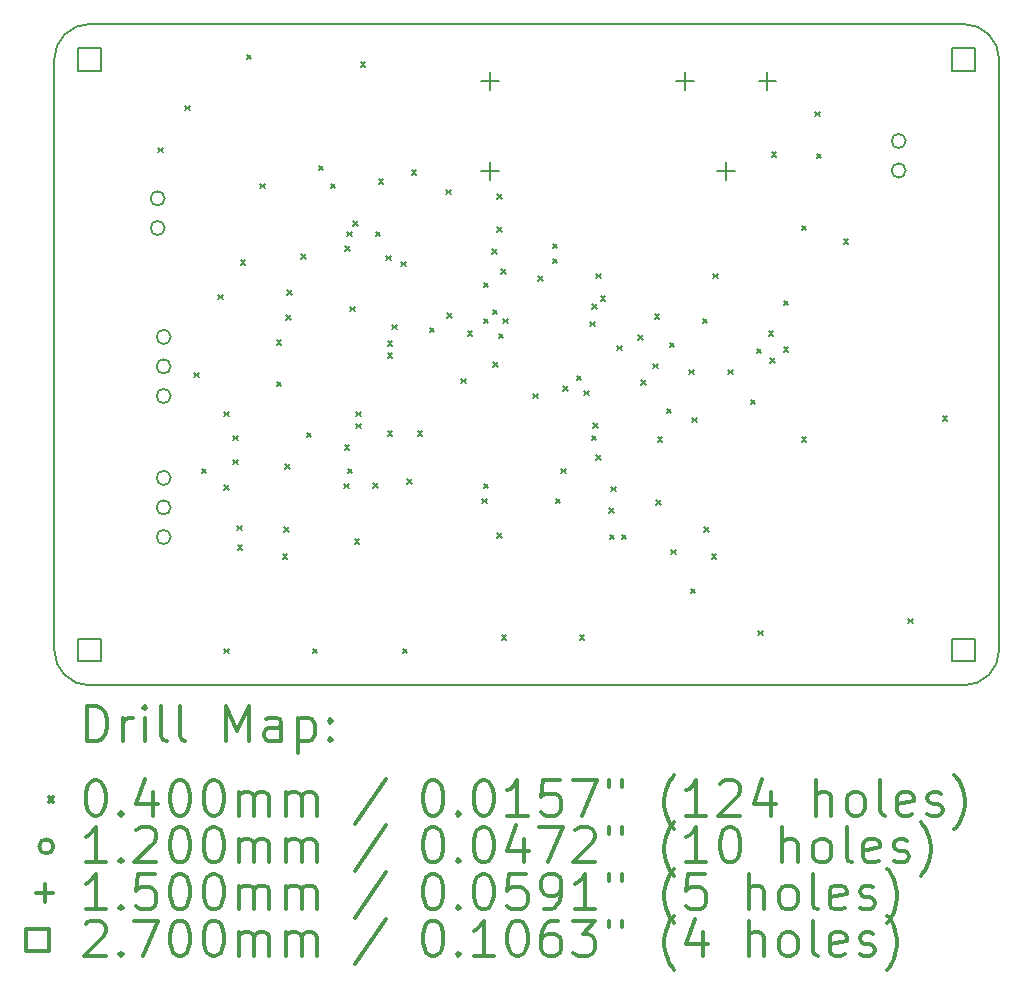
<source format=gbr>
%FSLAX45Y45*%
G04 Gerber Fmt 4.5, Leading zero omitted, Abs format (unit mm)*
G04 Created by KiCad (PCBNEW (5.1.10)-1) date 2022-02-21 21:57:23*
%MOMM*%
%LPD*%
G01*
G04 APERTURE LIST*
%TA.AperFunction,Profile*%
%ADD10C,0.150000*%
%TD*%
%ADD11C,0.200000*%
%ADD12C,0.300000*%
G04 APERTURE END LIST*
D10*
X15300000Y-15100000D02*
G75*
G02*
X15000000Y-14800000I0J300000D01*
G01*
X23000000Y-14800000D02*
G75*
G02*
X22700000Y-15100000I-300000J0D01*
G01*
X22700000Y-9500000D02*
G75*
G02*
X23000000Y-9800000I0J-300000D01*
G01*
X15000000Y-9800000D02*
G75*
G02*
X15300000Y-9500000I300000J0D01*
G01*
X15300000Y-9500000D02*
X22700000Y-9500000D01*
X15300000Y-15100000D02*
X22700000Y-15100000D01*
X23000000Y-9800000D02*
X23000000Y-14800000D01*
X15000000Y-9800000D02*
X15000000Y-14800000D01*
D11*
X15880400Y-10546400D02*
X15920400Y-10586400D01*
X15920400Y-10546400D02*
X15880400Y-10586400D01*
X16109000Y-10190800D02*
X16149000Y-10230800D01*
X16149000Y-10190800D02*
X16109000Y-10230800D01*
X16185200Y-12451400D02*
X16225200Y-12491400D01*
X16225200Y-12451400D02*
X16185200Y-12491400D01*
X16248700Y-13264200D02*
X16288700Y-13304200D01*
X16288700Y-13264200D02*
X16248700Y-13304200D01*
X16388400Y-11791000D02*
X16428400Y-11831000D01*
X16428400Y-11791000D02*
X16388400Y-11831000D01*
X16439200Y-12781600D02*
X16479200Y-12821600D01*
X16479200Y-12781600D02*
X16439200Y-12821600D01*
X16439200Y-13403900D02*
X16479200Y-13443900D01*
X16479200Y-13403900D02*
X16439200Y-13443900D01*
X16439200Y-14788200D02*
X16479200Y-14828200D01*
X16479200Y-14788200D02*
X16439200Y-14828200D01*
X16515400Y-12984800D02*
X16555400Y-13024800D01*
X16555400Y-12984800D02*
X16515400Y-13024800D01*
X16515400Y-13188000D02*
X16555400Y-13228000D01*
X16555400Y-13188000D02*
X16515400Y-13228000D01*
X16550001Y-13746800D02*
X16590001Y-13786800D01*
X16590001Y-13746800D02*
X16550001Y-13786800D01*
X16553500Y-13911900D02*
X16593500Y-13951900D01*
X16593500Y-13911900D02*
X16553500Y-13951900D01*
X16578900Y-11498900D02*
X16618900Y-11538900D01*
X16618900Y-11498900D02*
X16578900Y-11538900D01*
X16629700Y-9759000D02*
X16669700Y-9799000D01*
X16669700Y-9759000D02*
X16629700Y-9799000D01*
X16744000Y-10851200D02*
X16784000Y-10891200D01*
X16784000Y-10851200D02*
X16744000Y-10891200D01*
X16883700Y-12175003D02*
X16923700Y-12215003D01*
X16923700Y-12175003D02*
X16883700Y-12215003D01*
X16883700Y-12527600D02*
X16923700Y-12567600D01*
X16923700Y-12527600D02*
X16883700Y-12567600D01*
X16934500Y-13988100D02*
X16974500Y-14028100D01*
X16974500Y-13988100D02*
X16934500Y-14028100D01*
X16947200Y-13759500D02*
X16987200Y-13799500D01*
X16987200Y-13759500D02*
X16947200Y-13799500D01*
X16957360Y-13224543D02*
X16997360Y-13264543D01*
X16997360Y-13224543D02*
X16957360Y-13264543D01*
X16962941Y-11967209D02*
X17002941Y-12007209D01*
X17002941Y-11967209D02*
X16962941Y-12007209D01*
X16969998Y-11755356D02*
X17009998Y-11795356D01*
X17009998Y-11755356D02*
X16969998Y-11795356D01*
X17092055Y-11446355D02*
X17132055Y-11486355D01*
X17132055Y-11446355D02*
X17092055Y-11486355D01*
X17137700Y-12959400D02*
X17177700Y-12999400D01*
X17177700Y-12959400D02*
X17137700Y-12999400D01*
X17188500Y-14788200D02*
X17228500Y-14828200D01*
X17228500Y-14788200D02*
X17188500Y-14828200D01*
X17239300Y-10698800D02*
X17279300Y-10738800D01*
X17279300Y-10698800D02*
X17239300Y-10738800D01*
X17340900Y-10851200D02*
X17380900Y-10891200D01*
X17380900Y-10851200D02*
X17340900Y-10891200D01*
X17455200Y-13391200D02*
X17495200Y-13431200D01*
X17495200Y-13391200D02*
X17455200Y-13431200D01*
X17458699Y-13066943D02*
X17498699Y-13106943D01*
X17498699Y-13066943D02*
X17458699Y-13106943D01*
X17460661Y-11382739D02*
X17500661Y-11422739D01*
X17500661Y-11382739D02*
X17460661Y-11422739D01*
X17480600Y-11257600D02*
X17520600Y-11297600D01*
X17520600Y-11257600D02*
X17480600Y-11297600D01*
X17484099Y-13264200D02*
X17524099Y-13304200D01*
X17524099Y-13264200D02*
X17484099Y-13304200D01*
X17506000Y-11892600D02*
X17546000Y-11932600D01*
X17546000Y-11892600D02*
X17506000Y-11932600D01*
X17527385Y-11169218D02*
X17567385Y-11209218D01*
X17567385Y-11169218D02*
X17527385Y-11209218D01*
X17544100Y-13861100D02*
X17584100Y-13901100D01*
X17584100Y-13861100D02*
X17544100Y-13901100D01*
X17556800Y-12781600D02*
X17596800Y-12821600D01*
X17596800Y-12781600D02*
X17556800Y-12821600D01*
X17556800Y-12883200D02*
X17596800Y-12923200D01*
X17596800Y-12883200D02*
X17556800Y-12923200D01*
X17594900Y-9822500D02*
X17634900Y-9862500D01*
X17634900Y-9822500D02*
X17594900Y-9862500D01*
X17700250Y-13387450D02*
X17740250Y-13427450D01*
X17740250Y-13387450D02*
X17700250Y-13427450D01*
X17721900Y-11257600D02*
X17761900Y-11297600D01*
X17761900Y-11257600D02*
X17721900Y-11297600D01*
X17747300Y-10813100D02*
X17787300Y-10853100D01*
X17787300Y-10813100D02*
X17747300Y-10853100D01*
X17810800Y-11460800D02*
X17850800Y-11500800D01*
X17850800Y-11460800D02*
X17810800Y-11500800D01*
X17823500Y-12184700D02*
X17863500Y-12224700D01*
X17863500Y-12184700D02*
X17823500Y-12224700D01*
X17823500Y-12286300D02*
X17863500Y-12326300D01*
X17863500Y-12286300D02*
X17823500Y-12326300D01*
X17823500Y-12946700D02*
X17863500Y-12986700D01*
X17863500Y-12946700D02*
X17823500Y-12986700D01*
X17857798Y-12045000D02*
X17897798Y-12085000D01*
X17897798Y-12045000D02*
X17857798Y-12085000D01*
X17937800Y-11511600D02*
X17977800Y-11551600D01*
X17977800Y-11511600D02*
X17937800Y-11551600D01*
X17950500Y-14788200D02*
X17990500Y-14828200D01*
X17990500Y-14788200D02*
X17950500Y-14828200D01*
X17988600Y-13353100D02*
X18028600Y-13393100D01*
X18028600Y-13353100D02*
X17988600Y-13393100D01*
X18026700Y-10736900D02*
X18066700Y-10776900D01*
X18066700Y-10736900D02*
X18026700Y-10776900D01*
X18077500Y-12946700D02*
X18117500Y-12986700D01*
X18117500Y-12946700D02*
X18077500Y-12986700D01*
X18179100Y-12070400D02*
X18219100Y-12110400D01*
X18219100Y-12070400D02*
X18179100Y-12110400D01*
X18318800Y-10902000D02*
X18358800Y-10942000D01*
X18358800Y-10902000D02*
X18318800Y-10942000D01*
X18323880Y-11951020D02*
X18363880Y-11991020D01*
X18363880Y-11951020D02*
X18323880Y-11991020D01*
X18445800Y-12502200D02*
X18485800Y-12542200D01*
X18485800Y-12502200D02*
X18445800Y-12542200D01*
X18499629Y-12100571D02*
X18539629Y-12140571D01*
X18539629Y-12100571D02*
X18499629Y-12140571D01*
X18623600Y-13518200D02*
X18663600Y-13558200D01*
X18663600Y-13518200D02*
X18623600Y-13558200D01*
X18636300Y-11689400D02*
X18676300Y-11729400D01*
X18676300Y-11689400D02*
X18636300Y-11729400D01*
X18636300Y-11994200D02*
X18676300Y-12034200D01*
X18676300Y-11994200D02*
X18636300Y-12034200D01*
X18636300Y-13391200D02*
X18676300Y-13431200D01*
X18676300Y-13391200D02*
X18636300Y-13431200D01*
X18709001Y-11406501D02*
X18749001Y-11446501D01*
X18749001Y-11406501D02*
X18709001Y-11446501D01*
X18712500Y-11918000D02*
X18752500Y-11958000D01*
X18752500Y-11918000D02*
X18712500Y-11958000D01*
X18713701Y-12363701D02*
X18753701Y-12403701D01*
X18753701Y-12363701D02*
X18713701Y-12403701D01*
X18750600Y-10940100D02*
X18790600Y-10980100D01*
X18790600Y-10940100D02*
X18750600Y-10980100D01*
X18750600Y-11219500D02*
X18790600Y-11259500D01*
X18790600Y-11219500D02*
X18750600Y-11259500D01*
X18750600Y-13810300D02*
X18790600Y-13850300D01*
X18790600Y-13810300D02*
X18750600Y-13850300D01*
X18763300Y-12121200D02*
X18803300Y-12161200D01*
X18803300Y-12121200D02*
X18763300Y-12161200D01*
X18781702Y-11575100D02*
X18821702Y-11615100D01*
X18821702Y-11575100D02*
X18781702Y-11615100D01*
X18788700Y-14673900D02*
X18828700Y-14713900D01*
X18828700Y-14673900D02*
X18788700Y-14713900D01*
X18801400Y-11994200D02*
X18841400Y-12034200D01*
X18841400Y-11994200D02*
X18801400Y-12034200D01*
X19055400Y-12629200D02*
X19095400Y-12669200D01*
X19095400Y-12629200D02*
X19055400Y-12669200D01*
X19095043Y-11635361D02*
X19135043Y-11675361D01*
X19135043Y-11635361D02*
X19095043Y-11675361D01*
X19220500Y-11359200D02*
X19260500Y-11399200D01*
X19260500Y-11359200D02*
X19220500Y-11399200D01*
X19220500Y-11486200D02*
X19260500Y-11526200D01*
X19260500Y-11486200D02*
X19220500Y-11526200D01*
X19245900Y-13518200D02*
X19285900Y-13558200D01*
X19285900Y-13518200D02*
X19245900Y-13558200D01*
X19293201Y-13264200D02*
X19333201Y-13304200D01*
X19333201Y-13264200D02*
X19293201Y-13304200D01*
X19309400Y-12565700D02*
X19349400Y-12605700D01*
X19349400Y-12565700D02*
X19309400Y-12605700D01*
X19423700Y-12476800D02*
X19463700Y-12516800D01*
X19463700Y-12476800D02*
X19423700Y-12516800D01*
X19449100Y-14673900D02*
X19489100Y-14713900D01*
X19489100Y-14673900D02*
X19449100Y-14713900D01*
X19487200Y-12603800D02*
X19527200Y-12643800D01*
X19527200Y-12603800D02*
X19487200Y-12643800D01*
X19538000Y-12019600D02*
X19578000Y-12059600D01*
X19578000Y-12019600D02*
X19538000Y-12059600D01*
X19550700Y-12984800D02*
X19590700Y-13024800D01*
X19590700Y-12984800D02*
X19550700Y-13024800D01*
X19556189Y-11874411D02*
X19596189Y-11914411D01*
X19596189Y-11874411D02*
X19556189Y-11914411D01*
X19561800Y-12879199D02*
X19601800Y-12919199D01*
X19601800Y-12879199D02*
X19561800Y-12919199D01*
X19588800Y-11613200D02*
X19628800Y-11653200D01*
X19628800Y-11613200D02*
X19588800Y-11653200D01*
X19588800Y-13149900D02*
X19628800Y-13189900D01*
X19628800Y-13149900D02*
X19588800Y-13189900D01*
X19626900Y-11803700D02*
X19666900Y-11843700D01*
X19666900Y-11803700D02*
X19626900Y-11843700D01*
X19698208Y-13598037D02*
X19738208Y-13638037D01*
X19738208Y-13598037D02*
X19698208Y-13638037D01*
X19703100Y-13823000D02*
X19743100Y-13863000D01*
X19743100Y-13823000D02*
X19703100Y-13863000D01*
X19715800Y-13416600D02*
X19755800Y-13456600D01*
X19755800Y-13416600D02*
X19715800Y-13456600D01*
X19766600Y-12222800D02*
X19806600Y-12262800D01*
X19806600Y-12222800D02*
X19766600Y-12262800D01*
X19804700Y-13823000D02*
X19844700Y-13863000D01*
X19844700Y-13823000D02*
X19804700Y-13863000D01*
X19944400Y-12133900D02*
X19984400Y-12173900D01*
X19984400Y-12133900D02*
X19944400Y-12173900D01*
X19969800Y-12514900D02*
X20009800Y-12554900D01*
X20009800Y-12514900D02*
X19969800Y-12554900D01*
X20071400Y-12375200D02*
X20111400Y-12415200D01*
X20111400Y-12375200D02*
X20071400Y-12415200D01*
X20084100Y-11956100D02*
X20124100Y-11996100D01*
X20124100Y-11956100D02*
X20084100Y-11996100D01*
X20096800Y-13530900D02*
X20136800Y-13570900D01*
X20136800Y-13530900D02*
X20096800Y-13570900D01*
X20109500Y-12997500D02*
X20149500Y-13037500D01*
X20149500Y-12997500D02*
X20109500Y-13037500D01*
X20185700Y-12756200D02*
X20225700Y-12796200D01*
X20225700Y-12756200D02*
X20185700Y-12796200D01*
X20211100Y-12197400D02*
X20251100Y-12237400D01*
X20251100Y-12197400D02*
X20211100Y-12237400D01*
X20223800Y-13950000D02*
X20263800Y-13990000D01*
X20263800Y-13950000D02*
X20223800Y-13990000D01*
X20376200Y-12426000D02*
X20416200Y-12466000D01*
X20416200Y-12426000D02*
X20376200Y-12466000D01*
X20388900Y-14280200D02*
X20428900Y-14320200D01*
X20428900Y-14280200D02*
X20388900Y-14320200D01*
X20401600Y-12832400D02*
X20441600Y-12872400D01*
X20441600Y-12832400D02*
X20401600Y-12872400D01*
X20490500Y-11994200D02*
X20530500Y-12034200D01*
X20530500Y-11994200D02*
X20490500Y-12034200D01*
X20503200Y-13759500D02*
X20543200Y-13799500D01*
X20543200Y-13759500D02*
X20503200Y-13799500D01*
X20566700Y-13988100D02*
X20606700Y-14028100D01*
X20606700Y-13988100D02*
X20566700Y-14028100D01*
X20579400Y-11613200D02*
X20619400Y-11653200D01*
X20619400Y-11613200D02*
X20579400Y-11653200D01*
X20706400Y-12426000D02*
X20746400Y-12466000D01*
X20746400Y-12426000D02*
X20706400Y-12466000D01*
X20896900Y-12680000D02*
X20936900Y-12720000D01*
X20936900Y-12680000D02*
X20896900Y-12720000D01*
X20947700Y-12248200D02*
X20987700Y-12288200D01*
X20987700Y-12248200D02*
X20947700Y-12288200D01*
X20960400Y-14635800D02*
X21000400Y-14675800D01*
X21000400Y-14635800D02*
X20960400Y-14675800D01*
X21049300Y-12098848D02*
X21089300Y-12138848D01*
X21089300Y-12098848D02*
X21049300Y-12138848D01*
X21062000Y-12326751D02*
X21102000Y-12366751D01*
X21102000Y-12326751D02*
X21062000Y-12366751D01*
X21074700Y-10584500D02*
X21114700Y-10624500D01*
X21114700Y-10584500D02*
X21074700Y-10624500D01*
X21176300Y-11841800D02*
X21216300Y-11881800D01*
X21216300Y-11841800D02*
X21176300Y-11881800D01*
X21176300Y-12235500D02*
X21216300Y-12275500D01*
X21216300Y-12235500D02*
X21176300Y-12275500D01*
X21328700Y-11206800D02*
X21368700Y-11246800D01*
X21368700Y-11206800D02*
X21328700Y-11246800D01*
X21328700Y-12997500D02*
X21368700Y-13037500D01*
X21368700Y-12997500D02*
X21328700Y-13037500D01*
X21443000Y-10241600D02*
X21483000Y-10281600D01*
X21483000Y-10241600D02*
X21443000Y-10281600D01*
X21455700Y-10597200D02*
X21495700Y-10637200D01*
X21495700Y-10597200D02*
X21455700Y-10637200D01*
X21684300Y-11321100D02*
X21724300Y-11361100D01*
X21724300Y-11321100D02*
X21684300Y-11361100D01*
X22230400Y-14534200D02*
X22270400Y-14574200D01*
X22270400Y-14534200D02*
X22230400Y-14574200D01*
X22522500Y-12819700D02*
X22562500Y-12859700D01*
X22562500Y-12819700D02*
X22522500Y-12859700D01*
X15935000Y-10976800D02*
G75*
G03*
X15935000Y-10976800I-60000J0D01*
G01*
X15935000Y-11226800D02*
G75*
G03*
X15935000Y-11226800I-60000J0D01*
G01*
X15985800Y-12149200D02*
G75*
G03*
X15985800Y-12149200I-60000J0D01*
G01*
X15985800Y-12399200D02*
G75*
G03*
X15985800Y-12399200I-60000J0D01*
G01*
X15985800Y-12649200D02*
G75*
G03*
X15985800Y-12649200I-60000J0D01*
G01*
X15985800Y-13343000D02*
G75*
G03*
X15985800Y-13343000I-60000J0D01*
G01*
X15985800Y-13593000D02*
G75*
G03*
X15985800Y-13593000I-60000J0D01*
G01*
X15985800Y-13843000D02*
G75*
G03*
X15985800Y-13843000I-60000J0D01*
G01*
X22208800Y-10490200D02*
G75*
G03*
X22208800Y-10490200I-60000J0D01*
G01*
X22208800Y-10740200D02*
G75*
G03*
X22208800Y-10740200I-60000J0D01*
G01*
X18687800Y-9908200D02*
X18687800Y-10058200D01*
X18612800Y-9983200D02*
X18762800Y-9983200D01*
X18687800Y-10668200D02*
X18687800Y-10818200D01*
X18612800Y-10743200D02*
X18762800Y-10743200D01*
X20337800Y-9908200D02*
X20337800Y-10058200D01*
X20262800Y-9983200D02*
X20412800Y-9983200D01*
X20687800Y-10668200D02*
X20687800Y-10818200D01*
X20612800Y-10743200D02*
X20762800Y-10743200D01*
X21037800Y-9908200D02*
X21037800Y-10058200D01*
X20962800Y-9983200D02*
X21112800Y-9983200D01*
X15395460Y-9895460D02*
X15395460Y-9704540D01*
X15204540Y-9704540D01*
X15204540Y-9895460D01*
X15395460Y-9895460D01*
X15395460Y-14895460D02*
X15395460Y-14704540D01*
X15204540Y-14704540D01*
X15204540Y-14895460D01*
X15395460Y-14895460D01*
X22795460Y-9895460D02*
X22795460Y-9704540D01*
X22604540Y-9704540D01*
X22604540Y-9895460D01*
X22795460Y-9895460D01*
X22795460Y-14895460D02*
X22795460Y-14704540D01*
X22604540Y-14704540D01*
X22604540Y-14895460D01*
X22795460Y-14895460D01*
D12*
X15278928Y-15573214D02*
X15278928Y-15273214D01*
X15350357Y-15273214D01*
X15393214Y-15287500D01*
X15421786Y-15316071D01*
X15436071Y-15344643D01*
X15450357Y-15401786D01*
X15450357Y-15444643D01*
X15436071Y-15501786D01*
X15421786Y-15530357D01*
X15393214Y-15558929D01*
X15350357Y-15573214D01*
X15278928Y-15573214D01*
X15578928Y-15573214D02*
X15578928Y-15373214D01*
X15578928Y-15430357D02*
X15593214Y-15401786D01*
X15607500Y-15387500D01*
X15636071Y-15373214D01*
X15664643Y-15373214D01*
X15764643Y-15573214D02*
X15764643Y-15373214D01*
X15764643Y-15273214D02*
X15750357Y-15287500D01*
X15764643Y-15301786D01*
X15778928Y-15287500D01*
X15764643Y-15273214D01*
X15764643Y-15301786D01*
X15950357Y-15573214D02*
X15921786Y-15558929D01*
X15907500Y-15530357D01*
X15907500Y-15273214D01*
X16107500Y-15573214D02*
X16078928Y-15558929D01*
X16064643Y-15530357D01*
X16064643Y-15273214D01*
X16450357Y-15573214D02*
X16450357Y-15273214D01*
X16550357Y-15487500D01*
X16650357Y-15273214D01*
X16650357Y-15573214D01*
X16921786Y-15573214D02*
X16921786Y-15416071D01*
X16907500Y-15387500D01*
X16878928Y-15373214D01*
X16821786Y-15373214D01*
X16793214Y-15387500D01*
X16921786Y-15558929D02*
X16893214Y-15573214D01*
X16821786Y-15573214D01*
X16793214Y-15558929D01*
X16778928Y-15530357D01*
X16778928Y-15501786D01*
X16793214Y-15473214D01*
X16821786Y-15458929D01*
X16893214Y-15458929D01*
X16921786Y-15444643D01*
X17064643Y-15373214D02*
X17064643Y-15673214D01*
X17064643Y-15387500D02*
X17093214Y-15373214D01*
X17150357Y-15373214D01*
X17178928Y-15387500D01*
X17193214Y-15401786D01*
X17207500Y-15430357D01*
X17207500Y-15516071D01*
X17193214Y-15544643D01*
X17178928Y-15558929D01*
X17150357Y-15573214D01*
X17093214Y-15573214D01*
X17064643Y-15558929D01*
X17336071Y-15544643D02*
X17350357Y-15558929D01*
X17336071Y-15573214D01*
X17321786Y-15558929D01*
X17336071Y-15544643D01*
X17336071Y-15573214D01*
X17336071Y-15387500D02*
X17350357Y-15401786D01*
X17336071Y-15416071D01*
X17321786Y-15401786D01*
X17336071Y-15387500D01*
X17336071Y-15416071D01*
X14952500Y-16047500D02*
X14992500Y-16087500D01*
X14992500Y-16047500D02*
X14952500Y-16087500D01*
X15336071Y-15903214D02*
X15364643Y-15903214D01*
X15393214Y-15917500D01*
X15407500Y-15931786D01*
X15421786Y-15960357D01*
X15436071Y-16017500D01*
X15436071Y-16088929D01*
X15421786Y-16146071D01*
X15407500Y-16174643D01*
X15393214Y-16188929D01*
X15364643Y-16203214D01*
X15336071Y-16203214D01*
X15307500Y-16188929D01*
X15293214Y-16174643D01*
X15278928Y-16146071D01*
X15264643Y-16088929D01*
X15264643Y-16017500D01*
X15278928Y-15960357D01*
X15293214Y-15931786D01*
X15307500Y-15917500D01*
X15336071Y-15903214D01*
X15564643Y-16174643D02*
X15578928Y-16188929D01*
X15564643Y-16203214D01*
X15550357Y-16188929D01*
X15564643Y-16174643D01*
X15564643Y-16203214D01*
X15836071Y-16003214D02*
X15836071Y-16203214D01*
X15764643Y-15888929D02*
X15693214Y-16103214D01*
X15878928Y-16103214D01*
X16050357Y-15903214D02*
X16078928Y-15903214D01*
X16107500Y-15917500D01*
X16121786Y-15931786D01*
X16136071Y-15960357D01*
X16150357Y-16017500D01*
X16150357Y-16088929D01*
X16136071Y-16146071D01*
X16121786Y-16174643D01*
X16107500Y-16188929D01*
X16078928Y-16203214D01*
X16050357Y-16203214D01*
X16021786Y-16188929D01*
X16007500Y-16174643D01*
X15993214Y-16146071D01*
X15978928Y-16088929D01*
X15978928Y-16017500D01*
X15993214Y-15960357D01*
X16007500Y-15931786D01*
X16021786Y-15917500D01*
X16050357Y-15903214D01*
X16336071Y-15903214D02*
X16364643Y-15903214D01*
X16393214Y-15917500D01*
X16407500Y-15931786D01*
X16421786Y-15960357D01*
X16436071Y-16017500D01*
X16436071Y-16088929D01*
X16421786Y-16146071D01*
X16407500Y-16174643D01*
X16393214Y-16188929D01*
X16364643Y-16203214D01*
X16336071Y-16203214D01*
X16307500Y-16188929D01*
X16293214Y-16174643D01*
X16278928Y-16146071D01*
X16264643Y-16088929D01*
X16264643Y-16017500D01*
X16278928Y-15960357D01*
X16293214Y-15931786D01*
X16307500Y-15917500D01*
X16336071Y-15903214D01*
X16564643Y-16203214D02*
X16564643Y-16003214D01*
X16564643Y-16031786D02*
X16578928Y-16017500D01*
X16607500Y-16003214D01*
X16650357Y-16003214D01*
X16678928Y-16017500D01*
X16693214Y-16046071D01*
X16693214Y-16203214D01*
X16693214Y-16046071D02*
X16707500Y-16017500D01*
X16736071Y-16003214D01*
X16778928Y-16003214D01*
X16807500Y-16017500D01*
X16821786Y-16046071D01*
X16821786Y-16203214D01*
X16964643Y-16203214D02*
X16964643Y-16003214D01*
X16964643Y-16031786D02*
X16978928Y-16017500D01*
X17007500Y-16003214D01*
X17050357Y-16003214D01*
X17078928Y-16017500D01*
X17093214Y-16046071D01*
X17093214Y-16203214D01*
X17093214Y-16046071D02*
X17107500Y-16017500D01*
X17136071Y-16003214D01*
X17178928Y-16003214D01*
X17207500Y-16017500D01*
X17221786Y-16046071D01*
X17221786Y-16203214D01*
X17807500Y-15888929D02*
X17550357Y-16274643D01*
X18193214Y-15903214D02*
X18221786Y-15903214D01*
X18250357Y-15917500D01*
X18264643Y-15931786D01*
X18278928Y-15960357D01*
X18293214Y-16017500D01*
X18293214Y-16088929D01*
X18278928Y-16146071D01*
X18264643Y-16174643D01*
X18250357Y-16188929D01*
X18221786Y-16203214D01*
X18193214Y-16203214D01*
X18164643Y-16188929D01*
X18150357Y-16174643D01*
X18136071Y-16146071D01*
X18121786Y-16088929D01*
X18121786Y-16017500D01*
X18136071Y-15960357D01*
X18150357Y-15931786D01*
X18164643Y-15917500D01*
X18193214Y-15903214D01*
X18421786Y-16174643D02*
X18436071Y-16188929D01*
X18421786Y-16203214D01*
X18407500Y-16188929D01*
X18421786Y-16174643D01*
X18421786Y-16203214D01*
X18621786Y-15903214D02*
X18650357Y-15903214D01*
X18678928Y-15917500D01*
X18693214Y-15931786D01*
X18707500Y-15960357D01*
X18721786Y-16017500D01*
X18721786Y-16088929D01*
X18707500Y-16146071D01*
X18693214Y-16174643D01*
X18678928Y-16188929D01*
X18650357Y-16203214D01*
X18621786Y-16203214D01*
X18593214Y-16188929D01*
X18578928Y-16174643D01*
X18564643Y-16146071D01*
X18550357Y-16088929D01*
X18550357Y-16017500D01*
X18564643Y-15960357D01*
X18578928Y-15931786D01*
X18593214Y-15917500D01*
X18621786Y-15903214D01*
X19007500Y-16203214D02*
X18836071Y-16203214D01*
X18921786Y-16203214D02*
X18921786Y-15903214D01*
X18893214Y-15946071D01*
X18864643Y-15974643D01*
X18836071Y-15988929D01*
X19278928Y-15903214D02*
X19136071Y-15903214D01*
X19121786Y-16046071D01*
X19136071Y-16031786D01*
X19164643Y-16017500D01*
X19236071Y-16017500D01*
X19264643Y-16031786D01*
X19278928Y-16046071D01*
X19293214Y-16074643D01*
X19293214Y-16146071D01*
X19278928Y-16174643D01*
X19264643Y-16188929D01*
X19236071Y-16203214D01*
X19164643Y-16203214D01*
X19136071Y-16188929D01*
X19121786Y-16174643D01*
X19393214Y-15903214D02*
X19593214Y-15903214D01*
X19464643Y-16203214D01*
X19693214Y-15903214D02*
X19693214Y-15960357D01*
X19807500Y-15903214D02*
X19807500Y-15960357D01*
X20250357Y-16317500D02*
X20236071Y-16303214D01*
X20207500Y-16260357D01*
X20193214Y-16231786D01*
X20178928Y-16188929D01*
X20164643Y-16117500D01*
X20164643Y-16060357D01*
X20178928Y-15988929D01*
X20193214Y-15946071D01*
X20207500Y-15917500D01*
X20236071Y-15874643D01*
X20250357Y-15860357D01*
X20521786Y-16203214D02*
X20350357Y-16203214D01*
X20436071Y-16203214D02*
X20436071Y-15903214D01*
X20407500Y-15946071D01*
X20378928Y-15974643D01*
X20350357Y-15988929D01*
X20636071Y-15931786D02*
X20650357Y-15917500D01*
X20678928Y-15903214D01*
X20750357Y-15903214D01*
X20778928Y-15917500D01*
X20793214Y-15931786D01*
X20807500Y-15960357D01*
X20807500Y-15988929D01*
X20793214Y-16031786D01*
X20621786Y-16203214D01*
X20807500Y-16203214D01*
X21064643Y-16003214D02*
X21064643Y-16203214D01*
X20993214Y-15888929D02*
X20921786Y-16103214D01*
X21107500Y-16103214D01*
X21450357Y-16203214D02*
X21450357Y-15903214D01*
X21578928Y-16203214D02*
X21578928Y-16046071D01*
X21564643Y-16017500D01*
X21536071Y-16003214D01*
X21493214Y-16003214D01*
X21464643Y-16017500D01*
X21450357Y-16031786D01*
X21764643Y-16203214D02*
X21736071Y-16188929D01*
X21721786Y-16174643D01*
X21707500Y-16146071D01*
X21707500Y-16060357D01*
X21721786Y-16031786D01*
X21736071Y-16017500D01*
X21764643Y-16003214D01*
X21807500Y-16003214D01*
X21836071Y-16017500D01*
X21850357Y-16031786D01*
X21864643Y-16060357D01*
X21864643Y-16146071D01*
X21850357Y-16174643D01*
X21836071Y-16188929D01*
X21807500Y-16203214D01*
X21764643Y-16203214D01*
X22036071Y-16203214D02*
X22007500Y-16188929D01*
X21993214Y-16160357D01*
X21993214Y-15903214D01*
X22264643Y-16188929D02*
X22236071Y-16203214D01*
X22178928Y-16203214D01*
X22150357Y-16188929D01*
X22136071Y-16160357D01*
X22136071Y-16046071D01*
X22150357Y-16017500D01*
X22178928Y-16003214D01*
X22236071Y-16003214D01*
X22264643Y-16017500D01*
X22278928Y-16046071D01*
X22278928Y-16074643D01*
X22136071Y-16103214D01*
X22393214Y-16188929D02*
X22421786Y-16203214D01*
X22478928Y-16203214D01*
X22507500Y-16188929D01*
X22521786Y-16160357D01*
X22521786Y-16146071D01*
X22507500Y-16117500D01*
X22478928Y-16103214D01*
X22436071Y-16103214D01*
X22407500Y-16088929D01*
X22393214Y-16060357D01*
X22393214Y-16046071D01*
X22407500Y-16017500D01*
X22436071Y-16003214D01*
X22478928Y-16003214D01*
X22507500Y-16017500D01*
X22621786Y-16317500D02*
X22636071Y-16303214D01*
X22664643Y-16260357D01*
X22678928Y-16231786D01*
X22693214Y-16188929D01*
X22707500Y-16117500D01*
X22707500Y-16060357D01*
X22693214Y-15988929D01*
X22678928Y-15946071D01*
X22664643Y-15917500D01*
X22636071Y-15874643D01*
X22621786Y-15860357D01*
X14992500Y-16463500D02*
G75*
G03*
X14992500Y-16463500I-60000J0D01*
G01*
X15436071Y-16599214D02*
X15264643Y-16599214D01*
X15350357Y-16599214D02*
X15350357Y-16299214D01*
X15321786Y-16342071D01*
X15293214Y-16370643D01*
X15264643Y-16384929D01*
X15564643Y-16570643D02*
X15578928Y-16584929D01*
X15564643Y-16599214D01*
X15550357Y-16584929D01*
X15564643Y-16570643D01*
X15564643Y-16599214D01*
X15693214Y-16327786D02*
X15707500Y-16313500D01*
X15736071Y-16299214D01*
X15807500Y-16299214D01*
X15836071Y-16313500D01*
X15850357Y-16327786D01*
X15864643Y-16356357D01*
X15864643Y-16384929D01*
X15850357Y-16427786D01*
X15678928Y-16599214D01*
X15864643Y-16599214D01*
X16050357Y-16299214D02*
X16078928Y-16299214D01*
X16107500Y-16313500D01*
X16121786Y-16327786D01*
X16136071Y-16356357D01*
X16150357Y-16413500D01*
X16150357Y-16484929D01*
X16136071Y-16542071D01*
X16121786Y-16570643D01*
X16107500Y-16584929D01*
X16078928Y-16599214D01*
X16050357Y-16599214D01*
X16021786Y-16584929D01*
X16007500Y-16570643D01*
X15993214Y-16542071D01*
X15978928Y-16484929D01*
X15978928Y-16413500D01*
X15993214Y-16356357D01*
X16007500Y-16327786D01*
X16021786Y-16313500D01*
X16050357Y-16299214D01*
X16336071Y-16299214D02*
X16364643Y-16299214D01*
X16393214Y-16313500D01*
X16407500Y-16327786D01*
X16421786Y-16356357D01*
X16436071Y-16413500D01*
X16436071Y-16484929D01*
X16421786Y-16542071D01*
X16407500Y-16570643D01*
X16393214Y-16584929D01*
X16364643Y-16599214D01*
X16336071Y-16599214D01*
X16307500Y-16584929D01*
X16293214Y-16570643D01*
X16278928Y-16542071D01*
X16264643Y-16484929D01*
X16264643Y-16413500D01*
X16278928Y-16356357D01*
X16293214Y-16327786D01*
X16307500Y-16313500D01*
X16336071Y-16299214D01*
X16564643Y-16599214D02*
X16564643Y-16399214D01*
X16564643Y-16427786D02*
X16578928Y-16413500D01*
X16607500Y-16399214D01*
X16650357Y-16399214D01*
X16678928Y-16413500D01*
X16693214Y-16442071D01*
X16693214Y-16599214D01*
X16693214Y-16442071D02*
X16707500Y-16413500D01*
X16736071Y-16399214D01*
X16778928Y-16399214D01*
X16807500Y-16413500D01*
X16821786Y-16442071D01*
X16821786Y-16599214D01*
X16964643Y-16599214D02*
X16964643Y-16399214D01*
X16964643Y-16427786D02*
X16978928Y-16413500D01*
X17007500Y-16399214D01*
X17050357Y-16399214D01*
X17078928Y-16413500D01*
X17093214Y-16442071D01*
X17093214Y-16599214D01*
X17093214Y-16442071D02*
X17107500Y-16413500D01*
X17136071Y-16399214D01*
X17178928Y-16399214D01*
X17207500Y-16413500D01*
X17221786Y-16442071D01*
X17221786Y-16599214D01*
X17807500Y-16284929D02*
X17550357Y-16670643D01*
X18193214Y-16299214D02*
X18221786Y-16299214D01*
X18250357Y-16313500D01*
X18264643Y-16327786D01*
X18278928Y-16356357D01*
X18293214Y-16413500D01*
X18293214Y-16484929D01*
X18278928Y-16542071D01*
X18264643Y-16570643D01*
X18250357Y-16584929D01*
X18221786Y-16599214D01*
X18193214Y-16599214D01*
X18164643Y-16584929D01*
X18150357Y-16570643D01*
X18136071Y-16542071D01*
X18121786Y-16484929D01*
X18121786Y-16413500D01*
X18136071Y-16356357D01*
X18150357Y-16327786D01*
X18164643Y-16313500D01*
X18193214Y-16299214D01*
X18421786Y-16570643D02*
X18436071Y-16584929D01*
X18421786Y-16599214D01*
X18407500Y-16584929D01*
X18421786Y-16570643D01*
X18421786Y-16599214D01*
X18621786Y-16299214D02*
X18650357Y-16299214D01*
X18678928Y-16313500D01*
X18693214Y-16327786D01*
X18707500Y-16356357D01*
X18721786Y-16413500D01*
X18721786Y-16484929D01*
X18707500Y-16542071D01*
X18693214Y-16570643D01*
X18678928Y-16584929D01*
X18650357Y-16599214D01*
X18621786Y-16599214D01*
X18593214Y-16584929D01*
X18578928Y-16570643D01*
X18564643Y-16542071D01*
X18550357Y-16484929D01*
X18550357Y-16413500D01*
X18564643Y-16356357D01*
X18578928Y-16327786D01*
X18593214Y-16313500D01*
X18621786Y-16299214D01*
X18978928Y-16399214D02*
X18978928Y-16599214D01*
X18907500Y-16284929D02*
X18836071Y-16499214D01*
X19021786Y-16499214D01*
X19107500Y-16299214D02*
X19307500Y-16299214D01*
X19178928Y-16599214D01*
X19407500Y-16327786D02*
X19421786Y-16313500D01*
X19450357Y-16299214D01*
X19521786Y-16299214D01*
X19550357Y-16313500D01*
X19564643Y-16327786D01*
X19578928Y-16356357D01*
X19578928Y-16384929D01*
X19564643Y-16427786D01*
X19393214Y-16599214D01*
X19578928Y-16599214D01*
X19693214Y-16299214D02*
X19693214Y-16356357D01*
X19807500Y-16299214D02*
X19807500Y-16356357D01*
X20250357Y-16713500D02*
X20236071Y-16699214D01*
X20207500Y-16656357D01*
X20193214Y-16627786D01*
X20178928Y-16584929D01*
X20164643Y-16513500D01*
X20164643Y-16456357D01*
X20178928Y-16384929D01*
X20193214Y-16342071D01*
X20207500Y-16313500D01*
X20236071Y-16270643D01*
X20250357Y-16256357D01*
X20521786Y-16599214D02*
X20350357Y-16599214D01*
X20436071Y-16599214D02*
X20436071Y-16299214D01*
X20407500Y-16342071D01*
X20378928Y-16370643D01*
X20350357Y-16384929D01*
X20707500Y-16299214D02*
X20736071Y-16299214D01*
X20764643Y-16313500D01*
X20778928Y-16327786D01*
X20793214Y-16356357D01*
X20807500Y-16413500D01*
X20807500Y-16484929D01*
X20793214Y-16542071D01*
X20778928Y-16570643D01*
X20764643Y-16584929D01*
X20736071Y-16599214D01*
X20707500Y-16599214D01*
X20678928Y-16584929D01*
X20664643Y-16570643D01*
X20650357Y-16542071D01*
X20636071Y-16484929D01*
X20636071Y-16413500D01*
X20650357Y-16356357D01*
X20664643Y-16327786D01*
X20678928Y-16313500D01*
X20707500Y-16299214D01*
X21164643Y-16599214D02*
X21164643Y-16299214D01*
X21293214Y-16599214D02*
X21293214Y-16442071D01*
X21278928Y-16413500D01*
X21250357Y-16399214D01*
X21207500Y-16399214D01*
X21178928Y-16413500D01*
X21164643Y-16427786D01*
X21478928Y-16599214D02*
X21450357Y-16584929D01*
X21436071Y-16570643D01*
X21421786Y-16542071D01*
X21421786Y-16456357D01*
X21436071Y-16427786D01*
X21450357Y-16413500D01*
X21478928Y-16399214D01*
X21521786Y-16399214D01*
X21550357Y-16413500D01*
X21564643Y-16427786D01*
X21578928Y-16456357D01*
X21578928Y-16542071D01*
X21564643Y-16570643D01*
X21550357Y-16584929D01*
X21521786Y-16599214D01*
X21478928Y-16599214D01*
X21750357Y-16599214D02*
X21721786Y-16584929D01*
X21707500Y-16556357D01*
X21707500Y-16299214D01*
X21978928Y-16584929D02*
X21950357Y-16599214D01*
X21893214Y-16599214D01*
X21864643Y-16584929D01*
X21850357Y-16556357D01*
X21850357Y-16442071D01*
X21864643Y-16413500D01*
X21893214Y-16399214D01*
X21950357Y-16399214D01*
X21978928Y-16413500D01*
X21993214Y-16442071D01*
X21993214Y-16470643D01*
X21850357Y-16499214D01*
X22107500Y-16584929D02*
X22136071Y-16599214D01*
X22193214Y-16599214D01*
X22221786Y-16584929D01*
X22236071Y-16556357D01*
X22236071Y-16542071D01*
X22221786Y-16513500D01*
X22193214Y-16499214D01*
X22150357Y-16499214D01*
X22121786Y-16484929D01*
X22107500Y-16456357D01*
X22107500Y-16442071D01*
X22121786Y-16413500D01*
X22150357Y-16399214D01*
X22193214Y-16399214D01*
X22221786Y-16413500D01*
X22336071Y-16713500D02*
X22350357Y-16699214D01*
X22378928Y-16656357D01*
X22393214Y-16627786D01*
X22407500Y-16584929D01*
X22421786Y-16513500D01*
X22421786Y-16456357D01*
X22407500Y-16384929D01*
X22393214Y-16342071D01*
X22378928Y-16313500D01*
X22350357Y-16270643D01*
X22336071Y-16256357D01*
X14917500Y-16784500D02*
X14917500Y-16934500D01*
X14842500Y-16859500D02*
X14992500Y-16859500D01*
X15436071Y-16995214D02*
X15264643Y-16995214D01*
X15350357Y-16995214D02*
X15350357Y-16695214D01*
X15321786Y-16738071D01*
X15293214Y-16766643D01*
X15264643Y-16780929D01*
X15564643Y-16966643D02*
X15578928Y-16980929D01*
X15564643Y-16995214D01*
X15550357Y-16980929D01*
X15564643Y-16966643D01*
X15564643Y-16995214D01*
X15850357Y-16695214D02*
X15707500Y-16695214D01*
X15693214Y-16838072D01*
X15707500Y-16823786D01*
X15736071Y-16809500D01*
X15807500Y-16809500D01*
X15836071Y-16823786D01*
X15850357Y-16838072D01*
X15864643Y-16866643D01*
X15864643Y-16938072D01*
X15850357Y-16966643D01*
X15836071Y-16980929D01*
X15807500Y-16995214D01*
X15736071Y-16995214D01*
X15707500Y-16980929D01*
X15693214Y-16966643D01*
X16050357Y-16695214D02*
X16078928Y-16695214D01*
X16107500Y-16709500D01*
X16121786Y-16723786D01*
X16136071Y-16752357D01*
X16150357Y-16809500D01*
X16150357Y-16880929D01*
X16136071Y-16938072D01*
X16121786Y-16966643D01*
X16107500Y-16980929D01*
X16078928Y-16995214D01*
X16050357Y-16995214D01*
X16021786Y-16980929D01*
X16007500Y-16966643D01*
X15993214Y-16938072D01*
X15978928Y-16880929D01*
X15978928Y-16809500D01*
X15993214Y-16752357D01*
X16007500Y-16723786D01*
X16021786Y-16709500D01*
X16050357Y-16695214D01*
X16336071Y-16695214D02*
X16364643Y-16695214D01*
X16393214Y-16709500D01*
X16407500Y-16723786D01*
X16421786Y-16752357D01*
X16436071Y-16809500D01*
X16436071Y-16880929D01*
X16421786Y-16938072D01*
X16407500Y-16966643D01*
X16393214Y-16980929D01*
X16364643Y-16995214D01*
X16336071Y-16995214D01*
X16307500Y-16980929D01*
X16293214Y-16966643D01*
X16278928Y-16938072D01*
X16264643Y-16880929D01*
X16264643Y-16809500D01*
X16278928Y-16752357D01*
X16293214Y-16723786D01*
X16307500Y-16709500D01*
X16336071Y-16695214D01*
X16564643Y-16995214D02*
X16564643Y-16795214D01*
X16564643Y-16823786D02*
X16578928Y-16809500D01*
X16607500Y-16795214D01*
X16650357Y-16795214D01*
X16678928Y-16809500D01*
X16693214Y-16838072D01*
X16693214Y-16995214D01*
X16693214Y-16838072D02*
X16707500Y-16809500D01*
X16736071Y-16795214D01*
X16778928Y-16795214D01*
X16807500Y-16809500D01*
X16821786Y-16838072D01*
X16821786Y-16995214D01*
X16964643Y-16995214D02*
X16964643Y-16795214D01*
X16964643Y-16823786D02*
X16978928Y-16809500D01*
X17007500Y-16795214D01*
X17050357Y-16795214D01*
X17078928Y-16809500D01*
X17093214Y-16838072D01*
X17093214Y-16995214D01*
X17093214Y-16838072D02*
X17107500Y-16809500D01*
X17136071Y-16795214D01*
X17178928Y-16795214D01*
X17207500Y-16809500D01*
X17221786Y-16838072D01*
X17221786Y-16995214D01*
X17807500Y-16680929D02*
X17550357Y-17066643D01*
X18193214Y-16695214D02*
X18221786Y-16695214D01*
X18250357Y-16709500D01*
X18264643Y-16723786D01*
X18278928Y-16752357D01*
X18293214Y-16809500D01*
X18293214Y-16880929D01*
X18278928Y-16938072D01*
X18264643Y-16966643D01*
X18250357Y-16980929D01*
X18221786Y-16995214D01*
X18193214Y-16995214D01*
X18164643Y-16980929D01*
X18150357Y-16966643D01*
X18136071Y-16938072D01*
X18121786Y-16880929D01*
X18121786Y-16809500D01*
X18136071Y-16752357D01*
X18150357Y-16723786D01*
X18164643Y-16709500D01*
X18193214Y-16695214D01*
X18421786Y-16966643D02*
X18436071Y-16980929D01*
X18421786Y-16995214D01*
X18407500Y-16980929D01*
X18421786Y-16966643D01*
X18421786Y-16995214D01*
X18621786Y-16695214D02*
X18650357Y-16695214D01*
X18678928Y-16709500D01*
X18693214Y-16723786D01*
X18707500Y-16752357D01*
X18721786Y-16809500D01*
X18721786Y-16880929D01*
X18707500Y-16938072D01*
X18693214Y-16966643D01*
X18678928Y-16980929D01*
X18650357Y-16995214D01*
X18621786Y-16995214D01*
X18593214Y-16980929D01*
X18578928Y-16966643D01*
X18564643Y-16938072D01*
X18550357Y-16880929D01*
X18550357Y-16809500D01*
X18564643Y-16752357D01*
X18578928Y-16723786D01*
X18593214Y-16709500D01*
X18621786Y-16695214D01*
X18993214Y-16695214D02*
X18850357Y-16695214D01*
X18836071Y-16838072D01*
X18850357Y-16823786D01*
X18878928Y-16809500D01*
X18950357Y-16809500D01*
X18978928Y-16823786D01*
X18993214Y-16838072D01*
X19007500Y-16866643D01*
X19007500Y-16938072D01*
X18993214Y-16966643D01*
X18978928Y-16980929D01*
X18950357Y-16995214D01*
X18878928Y-16995214D01*
X18850357Y-16980929D01*
X18836071Y-16966643D01*
X19150357Y-16995214D02*
X19207500Y-16995214D01*
X19236071Y-16980929D01*
X19250357Y-16966643D01*
X19278928Y-16923786D01*
X19293214Y-16866643D01*
X19293214Y-16752357D01*
X19278928Y-16723786D01*
X19264643Y-16709500D01*
X19236071Y-16695214D01*
X19178928Y-16695214D01*
X19150357Y-16709500D01*
X19136071Y-16723786D01*
X19121786Y-16752357D01*
X19121786Y-16823786D01*
X19136071Y-16852357D01*
X19150357Y-16866643D01*
X19178928Y-16880929D01*
X19236071Y-16880929D01*
X19264643Y-16866643D01*
X19278928Y-16852357D01*
X19293214Y-16823786D01*
X19578928Y-16995214D02*
X19407500Y-16995214D01*
X19493214Y-16995214D02*
X19493214Y-16695214D01*
X19464643Y-16738071D01*
X19436071Y-16766643D01*
X19407500Y-16780929D01*
X19693214Y-16695214D02*
X19693214Y-16752357D01*
X19807500Y-16695214D02*
X19807500Y-16752357D01*
X20250357Y-17109500D02*
X20236071Y-17095214D01*
X20207500Y-17052357D01*
X20193214Y-17023786D01*
X20178928Y-16980929D01*
X20164643Y-16909500D01*
X20164643Y-16852357D01*
X20178928Y-16780929D01*
X20193214Y-16738071D01*
X20207500Y-16709500D01*
X20236071Y-16666643D01*
X20250357Y-16652357D01*
X20507500Y-16695214D02*
X20364643Y-16695214D01*
X20350357Y-16838072D01*
X20364643Y-16823786D01*
X20393214Y-16809500D01*
X20464643Y-16809500D01*
X20493214Y-16823786D01*
X20507500Y-16838072D01*
X20521786Y-16866643D01*
X20521786Y-16938072D01*
X20507500Y-16966643D01*
X20493214Y-16980929D01*
X20464643Y-16995214D01*
X20393214Y-16995214D01*
X20364643Y-16980929D01*
X20350357Y-16966643D01*
X20878928Y-16995214D02*
X20878928Y-16695214D01*
X21007500Y-16995214D02*
X21007500Y-16838072D01*
X20993214Y-16809500D01*
X20964643Y-16795214D01*
X20921786Y-16795214D01*
X20893214Y-16809500D01*
X20878928Y-16823786D01*
X21193214Y-16995214D02*
X21164643Y-16980929D01*
X21150357Y-16966643D01*
X21136071Y-16938072D01*
X21136071Y-16852357D01*
X21150357Y-16823786D01*
X21164643Y-16809500D01*
X21193214Y-16795214D01*
X21236071Y-16795214D01*
X21264643Y-16809500D01*
X21278928Y-16823786D01*
X21293214Y-16852357D01*
X21293214Y-16938072D01*
X21278928Y-16966643D01*
X21264643Y-16980929D01*
X21236071Y-16995214D01*
X21193214Y-16995214D01*
X21464643Y-16995214D02*
X21436071Y-16980929D01*
X21421786Y-16952357D01*
X21421786Y-16695214D01*
X21693214Y-16980929D02*
X21664643Y-16995214D01*
X21607500Y-16995214D01*
X21578928Y-16980929D01*
X21564643Y-16952357D01*
X21564643Y-16838072D01*
X21578928Y-16809500D01*
X21607500Y-16795214D01*
X21664643Y-16795214D01*
X21693214Y-16809500D01*
X21707500Y-16838072D01*
X21707500Y-16866643D01*
X21564643Y-16895214D01*
X21821786Y-16980929D02*
X21850357Y-16995214D01*
X21907500Y-16995214D01*
X21936071Y-16980929D01*
X21950357Y-16952357D01*
X21950357Y-16938072D01*
X21936071Y-16909500D01*
X21907500Y-16895214D01*
X21864643Y-16895214D01*
X21836071Y-16880929D01*
X21821786Y-16852357D01*
X21821786Y-16838072D01*
X21836071Y-16809500D01*
X21864643Y-16795214D01*
X21907500Y-16795214D01*
X21936071Y-16809500D01*
X22050357Y-17109500D02*
X22064643Y-17095214D01*
X22093214Y-17052357D01*
X22107500Y-17023786D01*
X22121786Y-16980929D01*
X22136071Y-16909500D01*
X22136071Y-16852357D01*
X22121786Y-16780929D01*
X22107500Y-16738071D01*
X22093214Y-16709500D01*
X22064643Y-16666643D01*
X22050357Y-16652357D01*
X14952960Y-17350960D02*
X14952960Y-17160040D01*
X14762040Y-17160040D01*
X14762040Y-17350960D01*
X14952960Y-17350960D01*
X15264643Y-17119786D02*
X15278928Y-17105500D01*
X15307500Y-17091214D01*
X15378928Y-17091214D01*
X15407500Y-17105500D01*
X15421786Y-17119786D01*
X15436071Y-17148357D01*
X15436071Y-17176929D01*
X15421786Y-17219786D01*
X15250357Y-17391214D01*
X15436071Y-17391214D01*
X15564643Y-17362643D02*
X15578928Y-17376929D01*
X15564643Y-17391214D01*
X15550357Y-17376929D01*
X15564643Y-17362643D01*
X15564643Y-17391214D01*
X15678928Y-17091214D02*
X15878928Y-17091214D01*
X15750357Y-17391214D01*
X16050357Y-17091214D02*
X16078928Y-17091214D01*
X16107500Y-17105500D01*
X16121786Y-17119786D01*
X16136071Y-17148357D01*
X16150357Y-17205500D01*
X16150357Y-17276929D01*
X16136071Y-17334072D01*
X16121786Y-17362643D01*
X16107500Y-17376929D01*
X16078928Y-17391214D01*
X16050357Y-17391214D01*
X16021786Y-17376929D01*
X16007500Y-17362643D01*
X15993214Y-17334072D01*
X15978928Y-17276929D01*
X15978928Y-17205500D01*
X15993214Y-17148357D01*
X16007500Y-17119786D01*
X16021786Y-17105500D01*
X16050357Y-17091214D01*
X16336071Y-17091214D02*
X16364643Y-17091214D01*
X16393214Y-17105500D01*
X16407500Y-17119786D01*
X16421786Y-17148357D01*
X16436071Y-17205500D01*
X16436071Y-17276929D01*
X16421786Y-17334072D01*
X16407500Y-17362643D01*
X16393214Y-17376929D01*
X16364643Y-17391214D01*
X16336071Y-17391214D01*
X16307500Y-17376929D01*
X16293214Y-17362643D01*
X16278928Y-17334072D01*
X16264643Y-17276929D01*
X16264643Y-17205500D01*
X16278928Y-17148357D01*
X16293214Y-17119786D01*
X16307500Y-17105500D01*
X16336071Y-17091214D01*
X16564643Y-17391214D02*
X16564643Y-17191214D01*
X16564643Y-17219786D02*
X16578928Y-17205500D01*
X16607500Y-17191214D01*
X16650357Y-17191214D01*
X16678928Y-17205500D01*
X16693214Y-17234072D01*
X16693214Y-17391214D01*
X16693214Y-17234072D02*
X16707500Y-17205500D01*
X16736071Y-17191214D01*
X16778928Y-17191214D01*
X16807500Y-17205500D01*
X16821786Y-17234072D01*
X16821786Y-17391214D01*
X16964643Y-17391214D02*
X16964643Y-17191214D01*
X16964643Y-17219786D02*
X16978928Y-17205500D01*
X17007500Y-17191214D01*
X17050357Y-17191214D01*
X17078928Y-17205500D01*
X17093214Y-17234072D01*
X17093214Y-17391214D01*
X17093214Y-17234072D02*
X17107500Y-17205500D01*
X17136071Y-17191214D01*
X17178928Y-17191214D01*
X17207500Y-17205500D01*
X17221786Y-17234072D01*
X17221786Y-17391214D01*
X17807500Y-17076929D02*
X17550357Y-17462643D01*
X18193214Y-17091214D02*
X18221786Y-17091214D01*
X18250357Y-17105500D01*
X18264643Y-17119786D01*
X18278928Y-17148357D01*
X18293214Y-17205500D01*
X18293214Y-17276929D01*
X18278928Y-17334072D01*
X18264643Y-17362643D01*
X18250357Y-17376929D01*
X18221786Y-17391214D01*
X18193214Y-17391214D01*
X18164643Y-17376929D01*
X18150357Y-17362643D01*
X18136071Y-17334072D01*
X18121786Y-17276929D01*
X18121786Y-17205500D01*
X18136071Y-17148357D01*
X18150357Y-17119786D01*
X18164643Y-17105500D01*
X18193214Y-17091214D01*
X18421786Y-17362643D02*
X18436071Y-17376929D01*
X18421786Y-17391214D01*
X18407500Y-17376929D01*
X18421786Y-17362643D01*
X18421786Y-17391214D01*
X18721786Y-17391214D02*
X18550357Y-17391214D01*
X18636071Y-17391214D02*
X18636071Y-17091214D01*
X18607500Y-17134072D01*
X18578928Y-17162643D01*
X18550357Y-17176929D01*
X18907500Y-17091214D02*
X18936071Y-17091214D01*
X18964643Y-17105500D01*
X18978928Y-17119786D01*
X18993214Y-17148357D01*
X19007500Y-17205500D01*
X19007500Y-17276929D01*
X18993214Y-17334072D01*
X18978928Y-17362643D01*
X18964643Y-17376929D01*
X18936071Y-17391214D01*
X18907500Y-17391214D01*
X18878928Y-17376929D01*
X18864643Y-17362643D01*
X18850357Y-17334072D01*
X18836071Y-17276929D01*
X18836071Y-17205500D01*
X18850357Y-17148357D01*
X18864643Y-17119786D01*
X18878928Y-17105500D01*
X18907500Y-17091214D01*
X19264643Y-17091214D02*
X19207500Y-17091214D01*
X19178928Y-17105500D01*
X19164643Y-17119786D01*
X19136071Y-17162643D01*
X19121786Y-17219786D01*
X19121786Y-17334072D01*
X19136071Y-17362643D01*
X19150357Y-17376929D01*
X19178928Y-17391214D01*
X19236071Y-17391214D01*
X19264643Y-17376929D01*
X19278928Y-17362643D01*
X19293214Y-17334072D01*
X19293214Y-17262643D01*
X19278928Y-17234072D01*
X19264643Y-17219786D01*
X19236071Y-17205500D01*
X19178928Y-17205500D01*
X19150357Y-17219786D01*
X19136071Y-17234072D01*
X19121786Y-17262643D01*
X19393214Y-17091214D02*
X19578928Y-17091214D01*
X19478928Y-17205500D01*
X19521786Y-17205500D01*
X19550357Y-17219786D01*
X19564643Y-17234072D01*
X19578928Y-17262643D01*
X19578928Y-17334072D01*
X19564643Y-17362643D01*
X19550357Y-17376929D01*
X19521786Y-17391214D01*
X19436071Y-17391214D01*
X19407500Y-17376929D01*
X19393214Y-17362643D01*
X19693214Y-17091214D02*
X19693214Y-17148357D01*
X19807500Y-17091214D02*
X19807500Y-17148357D01*
X20250357Y-17505500D02*
X20236071Y-17491214D01*
X20207500Y-17448357D01*
X20193214Y-17419786D01*
X20178928Y-17376929D01*
X20164643Y-17305500D01*
X20164643Y-17248357D01*
X20178928Y-17176929D01*
X20193214Y-17134072D01*
X20207500Y-17105500D01*
X20236071Y-17062643D01*
X20250357Y-17048357D01*
X20493214Y-17191214D02*
X20493214Y-17391214D01*
X20421786Y-17076929D02*
X20350357Y-17291214D01*
X20536071Y-17291214D01*
X20878928Y-17391214D02*
X20878928Y-17091214D01*
X21007500Y-17391214D02*
X21007500Y-17234072D01*
X20993214Y-17205500D01*
X20964643Y-17191214D01*
X20921786Y-17191214D01*
X20893214Y-17205500D01*
X20878928Y-17219786D01*
X21193214Y-17391214D02*
X21164643Y-17376929D01*
X21150357Y-17362643D01*
X21136071Y-17334072D01*
X21136071Y-17248357D01*
X21150357Y-17219786D01*
X21164643Y-17205500D01*
X21193214Y-17191214D01*
X21236071Y-17191214D01*
X21264643Y-17205500D01*
X21278928Y-17219786D01*
X21293214Y-17248357D01*
X21293214Y-17334072D01*
X21278928Y-17362643D01*
X21264643Y-17376929D01*
X21236071Y-17391214D01*
X21193214Y-17391214D01*
X21464643Y-17391214D02*
X21436071Y-17376929D01*
X21421786Y-17348357D01*
X21421786Y-17091214D01*
X21693214Y-17376929D02*
X21664643Y-17391214D01*
X21607500Y-17391214D01*
X21578928Y-17376929D01*
X21564643Y-17348357D01*
X21564643Y-17234072D01*
X21578928Y-17205500D01*
X21607500Y-17191214D01*
X21664643Y-17191214D01*
X21693214Y-17205500D01*
X21707500Y-17234072D01*
X21707500Y-17262643D01*
X21564643Y-17291214D01*
X21821786Y-17376929D02*
X21850357Y-17391214D01*
X21907500Y-17391214D01*
X21936071Y-17376929D01*
X21950357Y-17348357D01*
X21950357Y-17334072D01*
X21936071Y-17305500D01*
X21907500Y-17291214D01*
X21864643Y-17291214D01*
X21836071Y-17276929D01*
X21821786Y-17248357D01*
X21821786Y-17234072D01*
X21836071Y-17205500D01*
X21864643Y-17191214D01*
X21907500Y-17191214D01*
X21936071Y-17205500D01*
X22050357Y-17505500D02*
X22064643Y-17491214D01*
X22093214Y-17448357D01*
X22107500Y-17419786D01*
X22121786Y-17376929D01*
X22136071Y-17305500D01*
X22136071Y-17248357D01*
X22121786Y-17176929D01*
X22107500Y-17134072D01*
X22093214Y-17105500D01*
X22064643Y-17062643D01*
X22050357Y-17048357D01*
M02*

</source>
